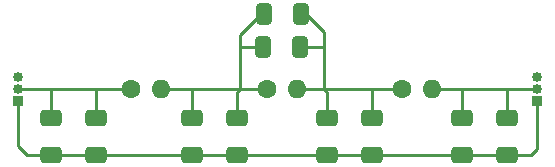
<source format=gbr>
%TF.GenerationSoftware,KiCad,Pcbnew,7.0.2*%
%TF.CreationDate,2023-05-05T15:54:23-05:00*%
%TF.ProjectId,Low-Pass-Filter-Board,4c6f772d-5061-4737-932d-46696c746572,V01*%
%TF.SameCoordinates,Original*%
%TF.FileFunction,Copper,L1,Top*%
%TF.FilePolarity,Positive*%
%FSLAX46Y46*%
G04 Gerber Fmt 4.6, Leading zero omitted, Abs format (unit mm)*
G04 Created by KiCad (PCBNEW 7.0.2) date 2023-05-05 15:54:23*
%MOMM*%
%LPD*%
G01*
G04 APERTURE LIST*
G04 Aperture macros list*
%AMRoundRect*
0 Rectangle with rounded corners*
0 $1 Rounding radius*
0 $2 $3 $4 $5 $6 $7 $8 $9 X,Y pos of 4 corners*
0 Add a 4 corners polygon primitive as box body*
4,1,4,$2,$3,$4,$5,$6,$7,$8,$9,$2,$3,0*
0 Add four circle primitives for the rounded corners*
1,1,$1+$1,$2,$3*
1,1,$1+$1,$4,$5*
1,1,$1+$1,$6,$7*
1,1,$1+$1,$8,$9*
0 Add four rect primitives between the rounded corners*
20,1,$1+$1,$2,$3,$4,$5,0*
20,1,$1+$1,$4,$5,$6,$7,0*
20,1,$1+$1,$6,$7,$8,$9,0*
20,1,$1+$1,$8,$9,$2,$3,0*%
G04 Aperture macros list end*
%TA.AperFunction,SMDPad,CuDef*%
%ADD10RoundRect,0.250000X-0.412500X-0.650000X0.412500X-0.650000X0.412500X0.650000X-0.412500X0.650000X0*%
%TD*%
%TA.AperFunction,SMDPad,CuDef*%
%ADD11RoundRect,0.250000X-0.650000X0.412500X-0.650000X-0.412500X0.650000X-0.412500X0.650000X0.412500X0*%
%TD*%
%TA.AperFunction,ComponentPad*%
%ADD12C,1.600000*%
%TD*%
%TA.AperFunction,ComponentPad*%
%ADD13O,1.600000X1.600000*%
%TD*%
%TA.AperFunction,ComponentPad*%
%ADD14O,0.850000X0.850000*%
%TD*%
%TA.AperFunction,ComponentPad*%
%ADD15R,0.850000X0.850000*%
%TD*%
%TA.AperFunction,Conductor*%
%ADD16C,0.250000*%
%TD*%
G04 APERTURE END LIST*
D10*
%TO.P,C5,1*%
%TO.N,Net-(C3-Pad1)*%
X130479000Y-92964000D03*
%TO.P,C5,2*%
%TO.N,Net-(C5-Pad2)*%
X133604000Y-92964000D03*
%TD*%
D11*
%TO.P,C2,1*%
%TO.N,Net-(J1-Pin_2)*%
X116332000Y-98983000D03*
%TO.P,C2,2*%
%TO.N,Net-(J1-Pin_1)*%
X116332000Y-102108000D03*
%TD*%
%TO.P,C8,1*%
%TO.N,Net-(C5-Pad2)*%
X139700000Y-98983000D03*
%TO.P,C8,2*%
%TO.N,Net-(J1-Pin_1)*%
X139700000Y-102108000D03*
%TD*%
D12*
%TO.P,L2,1,1*%
%TO.N,Net-(C3-Pad1)*%
X130810000Y-96520000D03*
D13*
%TO.P,L2,2,2*%
%TO.N,Net-(C5-Pad2)*%
X133350000Y-96520000D03*
%TD*%
D11*
%TO.P,C10,1*%
%TO.N,Net-(J2-Pin_2)*%
X151130000Y-98983000D03*
%TO.P,C10,2*%
%TO.N,Net-(J1-Pin_1)*%
X151130000Y-102108000D03*
%TD*%
%TO.P,C1,1*%
%TO.N,Net-(J1-Pin_2)*%
X112522000Y-98983000D03*
%TO.P,C1,2*%
%TO.N,Net-(J1-Pin_1)*%
X112522000Y-102108000D03*
%TD*%
D12*
%TO.P,L1,1,1*%
%TO.N,Net-(J1-Pin_2)*%
X119276000Y-96520000D03*
D13*
%TO.P,L1,2,2*%
%TO.N,Net-(C3-Pad1)*%
X121816000Y-96520000D03*
%TD*%
D11*
%TO.P,C9,1*%
%TO.N,Net-(J2-Pin_2)*%
X147320000Y-98983000D03*
%TO.P,C9,2*%
%TO.N,Net-(J1-Pin_1)*%
X147320000Y-102108000D03*
%TD*%
D10*
%TO.P,C6,1*%
%TO.N,Net-(C3-Pad1)*%
X130517500Y-90170000D03*
%TO.P,C6,2*%
%TO.N,Net-(C5-Pad2)*%
X133642500Y-90170000D03*
%TD*%
D11*
%TO.P,C3,1*%
%TO.N,Net-(C3-Pad1)*%
X124460000Y-98983000D03*
%TO.P,C3,2*%
%TO.N,Net-(J1-Pin_1)*%
X124460000Y-102108000D03*
%TD*%
D12*
%TO.P,L3,1,1*%
%TO.N,Net-(C5-Pad2)*%
X142240000Y-96520000D03*
D13*
%TO.P,L3,2,2*%
%TO.N,Net-(J2-Pin_2)*%
X144780000Y-96520000D03*
%TD*%
D11*
%TO.P,C7,1*%
%TO.N,Net-(C5-Pad2)*%
X135890000Y-98983000D03*
%TO.P,C7,2*%
%TO.N,Net-(J1-Pin_1)*%
X135890000Y-102108000D03*
%TD*%
%TO.P,C4,1*%
%TO.N,Net-(C3-Pad1)*%
X128270000Y-98983000D03*
%TO.P,C4,2*%
%TO.N,Net-(J1-Pin_1)*%
X128270000Y-102108000D03*
%TD*%
D14*
%TO.P,J1,3,Pin_3*%
%TO.N,Net-(J1-Pin_3)*%
X109728000Y-95520000D03*
%TO.P,J1,2,Pin_2*%
%TO.N,Net-(J1-Pin_2)*%
X109728000Y-96520000D03*
D15*
%TO.P,J1,1,Pin_1*%
%TO.N,Net-(J1-Pin_1)*%
X109728000Y-97520000D03*
%TD*%
%TO.P,J2,1,Pin_1*%
%TO.N,Net-(J1-Pin_1)*%
X153670000Y-97520000D03*
D14*
%TO.P,J2,2,Pin_2*%
%TO.N,Net-(J2-Pin_2)*%
X153670000Y-96520000D03*
%TO.P,J2,3,Pin_3*%
%TO.N,Net-(J1-Pin_3)*%
X153670000Y-95520000D03*
%TD*%
D16*
%TO.N,Net-(J1-Pin_2)*%
X112522000Y-98983000D02*
X112522000Y-96520000D01*
X116332000Y-96520000D02*
X112522000Y-96520000D01*
X112522000Y-96520000D02*
X109728000Y-96520000D01*
X119276000Y-96520000D02*
X116332000Y-96520000D01*
X116332000Y-98983000D02*
X116332000Y-96520000D01*
%TO.N,Net-(J1-Pin_1)*%
X135890000Y-102108000D02*
X139700000Y-102108000D01*
X110490000Y-102108000D02*
X112522000Y-102108000D01*
X153162000Y-102108000D02*
X151130000Y-102108000D01*
X153670000Y-101600000D02*
X153162000Y-102108000D01*
X109728000Y-101346000D02*
X109728000Y-97520000D01*
X124460000Y-102108000D02*
X116332000Y-102108000D01*
X135890000Y-102108000D02*
X128270000Y-102108000D01*
X112522000Y-102108000D02*
X115062000Y-102108000D01*
X115062000Y-102108000D02*
X116332000Y-102108000D01*
X147320000Y-102108000D02*
X151130000Y-102108000D01*
X153670000Y-97520000D02*
X153670000Y-101600000D01*
X109728000Y-101346000D02*
X110490000Y-102108000D01*
X147320000Y-102108000D02*
X139700000Y-102108000D01*
X124460000Y-102108000D02*
X128270000Y-102108000D01*
%TO.N,Net-(C3-Pad1)*%
X130517500Y-90170000D02*
X130302000Y-90170000D01*
X124460000Y-96520000D02*
X126492000Y-96520000D01*
X128524000Y-92964000D02*
X128524000Y-96520000D01*
X126492000Y-96520000D02*
X128524000Y-96520000D01*
X130302000Y-90170000D02*
X128524000Y-91948000D01*
X124460000Y-98983000D02*
X124460000Y-96520000D01*
X128524000Y-96520000D02*
X130810000Y-96520000D01*
X128270000Y-98983000D02*
X128270000Y-96774000D01*
X121920000Y-96520000D02*
X124460000Y-96520000D01*
X130479000Y-92964000D02*
X128524000Y-92964000D01*
X128524000Y-91948000D02*
X128524000Y-92964000D01*
X128270000Y-96774000D02*
X128524000Y-96520000D01*
%TO.N,Net-(C5-Pad2)*%
X137922000Y-96520000D02*
X139700000Y-96520000D01*
X139700000Y-96520000D02*
X142240000Y-96520000D01*
X133642500Y-90170000D02*
X134112000Y-90170000D01*
X135636000Y-92964000D02*
X135636000Y-91694000D01*
X135636000Y-96520000D02*
X135636000Y-92964000D01*
X135636000Y-96520000D02*
X137160000Y-96520000D01*
X135890000Y-96774000D02*
X135636000Y-96520000D01*
X137160000Y-96520000D02*
X137922000Y-96520000D01*
X139700000Y-98983000D02*
X139700000Y-96520000D01*
X134112000Y-90170000D02*
X135636000Y-91694000D01*
X133350000Y-96520000D02*
X134620000Y-96520000D01*
X133604000Y-92964000D02*
X135636000Y-92964000D01*
X134620000Y-96520000D02*
X135636000Y-96520000D01*
X135890000Y-98983000D02*
X135890000Y-96774000D01*
%TO.N,Net-(J2-Pin_2)*%
X144780000Y-96520000D02*
X147320000Y-96520000D01*
X153670000Y-96520000D02*
X151130000Y-96520000D01*
X147320000Y-98983000D02*
X147320000Y-96520000D01*
X151130000Y-96520000D02*
X149352000Y-96520000D01*
X151130000Y-98983000D02*
X151130000Y-96520000D01*
X147320000Y-96520000D02*
X149352000Y-96520000D01*
%TD*%
M02*

</source>
